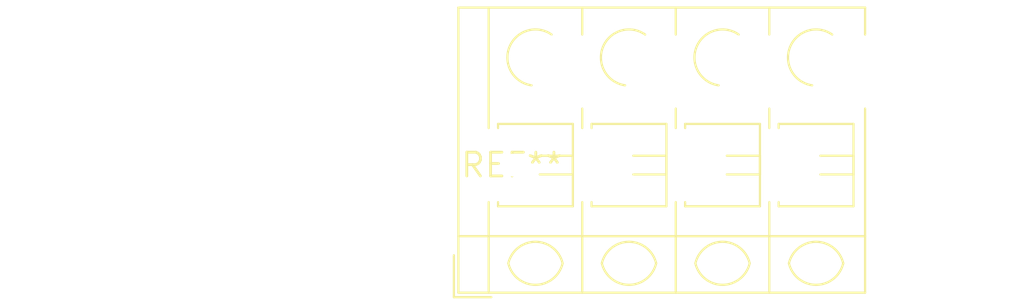
<source format=kicad_pcb>
(kicad_pcb (version 20240108) (generator pcbnew)
  (layers (0 "F.Cu" signal) (31 "B.Cu" signal) (34 "B.Paste" user) (35 "F.Paste" user) (36 "B.SilkS" user "B.Silkscreen") (37 "F.SilkS" user "F.Silkscreen") (38 "B.Mask" user) (39 "F.Mask" user) (44 "Edge.Cuts" user))
  (net 0 "")
  (footprint "TerminalBlock_WAGO_804-104_1x04_P5.00mm_45Degree" (layer "F.Cu") (at 0 0)
    (property "Reference" "REF**")
    (property "Value" "TerminalBlock_WAGO_804-104_1x04_P5.00mm_45Degree")
    (fp_line (start -3.11 4.82) (end -3.11 7.06) (layer "F.SilkS") (stroke (width 0.12)))
    (fp_line (start -3.11 7.06) (end -1.11 7.06) (layer "F.SilkS") (stroke (width 0.12)))
    (fp_line (start -2.87 -8.42) (end -2.87 6.82) (layer "F.SilkS") (stroke (width 0.12)))
    (fp_line (start -2.87 -8.42) (end 18.87 -8.42) (layer "F.SilkS") (stroke (width 0.12)))
    (fp_line (start -2.87 3.8) (end 18.87 3.8) (layer "F.SilkS") (stroke (width 0.12)))
    (fp_line (start -2.87 6.82) (end 18.87 6.82) (layer "F.SilkS") (stroke (width 0.12)))
    (fp_line (start -1.25 -8.42) (end -1.25 -1.98) (layer "F.SilkS") (stroke (width 0.12)))
    (fp_line (start -1.25 1.98) (end -1.25 6.82) (layer "F.SilkS") (stroke (width 0.12)))
    (fp_line (start -0.75 -2.2) (end -0.75 -1.98) (layer "F.SilkS") (stroke (width 0.12)))
    (fp_line (start -0.75 -2.2) (end 3.25 -2.2) (layer "F.SilkS") (stroke (width 0.12)))
    (fp_line (start -0.75 1.98) (end -0.75 2.2) (layer "F.SilkS") (stroke (width 0.12)))
    (fp_line (start -0.75 2.2) (end 3.25 2.2) (layer "F.SilkS") (stroke (width 0.12)))
    (fp_line (start 1.48 -0.5) (end 3.25 -0.5) (layer "F.SilkS") (stroke (width 0.12)))
    (fp_line (start 1.48 0.5) (end 3.25 0.5) (layer "F.SilkS") (stroke (width 0.12)))
    (fp_line (start 3.25 -2.2) (end 3.25 2.2) (layer "F.SilkS") (stroke (width 0.12)))
    (fp_line (start 3.25 -0.5) (end 3.25 0.5) (layer "F.SilkS") (stroke (width 0.12)))
    (fp_line (start 3.75 -8.42) (end 3.75 -6.98) (layer "F.SilkS") (stroke (width 0.12)))
    (fp_line (start 3.75 -3.02) (end 3.75 -1.98) (layer "F.SilkS") (stroke (width 0.12)))
    (fp_line (start 3.75 1.98) (end 3.75 6.82) (layer "F.SilkS") (stroke (width 0.12)))
    (fp_line (start 4.25 -2.2) (end 4.25 -1.98) (layer "F.SilkS") (stroke (width 0.12)))
    (fp_line (start 4.25 -2.2) (end 8.25 -2.2) (layer "F.SilkS") (stroke (width 0.12)))
    (fp_line (start 4.25 1.98) (end 4.25 2.2) (layer "F.SilkS") (stroke (width 0.12)))
    (fp_line (start 4.25 2.2) (end 8.25 2.2) (layer "F.SilkS") (stroke (width 0.12)))
    (fp_line (start 6.48 -0.5) (end 8.25 -0.5) (layer "F.SilkS") (stroke (width 0.12)))
    (fp_line (start 6.48 0.5) (end 8.25 0.5) (layer "F.SilkS") (stroke (width 0.12)))
    (fp_line (start 8.25 -2.2) (end 8.25 2.2) (layer "F.SilkS") (stroke (width 0.12)))
    (fp_line (start 8.25 -0.5) (end 8.25 0.5) (layer "F.SilkS") (stroke (width 0.12)))
    (fp_line (start 8.75 -8.42) (end 8.75 -6.98) (layer "F.SilkS") (stroke (width 0.12)))
    (fp_line (start 8.75 -3.02) (end 8.75 -1.98) (layer "F.SilkS") (stroke (width 0.12)))
    (fp_line (start 8.75 1.98) (end 8.75 6.82) (layer "F.SilkS") (stroke (width 0.12)))
    (fp_line (start 9.25 -2.2) (end 9.25 -1.98) (layer "F.SilkS") (stroke (width 0.12)))
    (fp_line (start 9.25 -2.2) (end 13.25 -2.2) (layer "F.SilkS") (stroke (width 0.12)))
    (fp_line (start 9.25 1.98) (end 9.25 2.2) (layer "F.SilkS") (stroke (width 0.12)))
    (fp_line (start 9.25 2.2) (end 13.25 2.2) (layer "F.SilkS") (stroke (width 0.12)))
    (fp_line (start 11.48 -0.5) (end 13.25 -0.5) (layer "F.SilkS") (stroke (width 0.12)))
    (fp_line (start 11.48 0.5) (end 13.25 0.5) (layer "F.SilkS") (stroke (width 0.12)))
    (fp_line (start 13.25 -2.2) (end 13.25 2.2) (layer "F.SilkS") (stroke (width 0.12)))
    (fp_line (start 13.25 -0.5) (end 13.25 0.5) (layer "F.SilkS") (stroke (width 0.12)))
    (fp_line (start 13.75 -8.42) (end 13.75 -6.98) (layer "F.SilkS") (stroke (width 0.12)))
    (fp_line (start 13.75 -3.02) (end 13.75 -1.98) (layer "F.SilkS") (stroke (width 0.12)))
    (fp_line (start 13.75 1.98) (end 13.75 6.82) (layer "F.SilkS") (stroke (width 0.12)))
    (fp_line (start 14.25 -2.2) (end 14.25 -1.98) (layer "F.SilkS") (stroke (width 0.12)))
    (fp_line (start 14.25 -2.2) (end 18.25 -2.2) (layer "F.SilkS") (stroke (width 0.12)))
    (fp_line (start 14.25 1.98) (end 14.25 2.2) (layer "F.SilkS") (stroke (width 0.12)))
    (fp_line (start 14.25 2.2) (end 18.25 2.2) (layer "F.SilkS") (stroke (width 0.12)))
    (fp_line (start 16.48 -0.5) (end 18.25 -0.5) (layer "F.SilkS") (stroke (width 0.12)))
    (fp_line (start 16.48 0.5) (end 18.25 0.5) (layer "F.SilkS") (stroke (width 0.12)))
    (fp_line (start 18.25 -2.2) (end 18.25 2.2) (layer "F.SilkS") (stroke (width 0.12)))
    (fp_line (start 18.25 -0.5) (end 18.25 0.5) (layer "F.SilkS") (stroke (width 0.12)))
    (fp_line (start 18.87 -8.42) (end 18.87 -6.98) (layer "F.SilkS") (stroke (width 0.12)))
    (fp_line (start 18.87 -3.02) (end 18.87 6.82) (layer "F.SilkS") (stroke (width 0.12)))
    (fp_arc (start -0.200865 5.250424) (mid 1.250296 4.099926) (end 2.701 5.251) (layer "F.SilkS") (stroke (width 0.12)))
    (fp_arc (start 1.040798 -4.264067) (mid -0.146039 -6.300306) (end 2.111 -6.979) (layer "F.SilkS") (stroke (width 0.12)))
    (fp_arc (start 2.7 5.25) (mid 1.250068 6.400101) (end -0.199969 5.250133) (layer "F.SilkS") (stroke (width 0.12)))
    (fp_arc (start 4.799135 5.250424) (mid 6.250296 4.099926) (end 7.701 5.251) (layer "F.SilkS") (stroke (width 0.12)))
    (fp_arc (start 6.040798 -4.264067) (mid 4.853961 -6.300306) (end 7.111 -6.979) (layer "F.SilkS") (stroke (width 0.12)))
    (fp_arc (start 7.7 5.25) (mid 6.250068 6.400101) (end 4.800031 5.250133) (layer "F.SilkS") (stroke (width 0.12)))
    (fp_arc (start 9.799135 5.250424) (mid 11.250296 4.099926) (end 12.701 5.251) (layer "F.SilkS") (stroke (width 0.12)))
    (fp_arc (start 11.040798 -4.264067) (mid 9.853961 -6.300306) (end 12.111 -6.979) (layer "F.SilkS") (stroke (width 0.12)))
    (fp_arc (start 12.7 5.25) (mid 11.250068 6.400101) (end 9.800031 5.250133) (layer "F.SilkS") (stroke (width 0.12)))
    (fp_arc (start 14.799135 5.250424) (mid 16.250296 4.099926) (end 17.701 5.251) (layer "F.SilkS") (stroke (width 0.12)))
    (fp_arc (start 16.040798 -4.264067) (mid 14.853961 -6.300306) (end 17.111 -6.979) (layer "F.SilkS") (stroke (width 0.12)))
    (fp_arc (start 17.7 5.25) (mid 16.250068 6.400101) (end 14.800031 5.250133) (layer "F.SilkS") (stroke (width 0.12)))
    (pad "1" thru_hole rect (at 0 0) (size 2 3) (drill 1.2) (layers *.Cu *.Mask) (remove_unused_layers))
    (pad "1" thru_hole rect (at 2.5 -5) (size 2 3) (drill 1.2) (layers *.Cu *.Mask) (remove_unused_layers))
    (pad "2" thru_hole oval (at 5 0) (size 2 3) (drill 1.2) (layers *.Cu *.Mask) (remove_unused_layers))
    (pad "2" thru_hole oval (at 7.5 -5) (size 2 3) (drill 1.2) (layers *.Cu *.Mask) (remove_unused_layers))
    (pad "3" thru_hole oval (at 10 0) (size 2 3) (drill 1.2) (layers *.Cu *.Mask) (remove_unused_layers))
    (pad "3" thru_hole oval (at 12.5 -5) (size 2 3) (drill 1.2) (layers *.Cu *.Mask) (remove_unused_layers))
    (pad "4" thru_hole oval (at 15 0) (size 2 3) (drill 1.2) (layers *.Cu *.Mask) (remove_unused_layers))
    (pad "4" thru_hole oval (at 17.5 -5) (size 2 3) (drill 1.2) (layers *.Cu *.Mask) (remove_unused_layers))
  )
)
</source>
